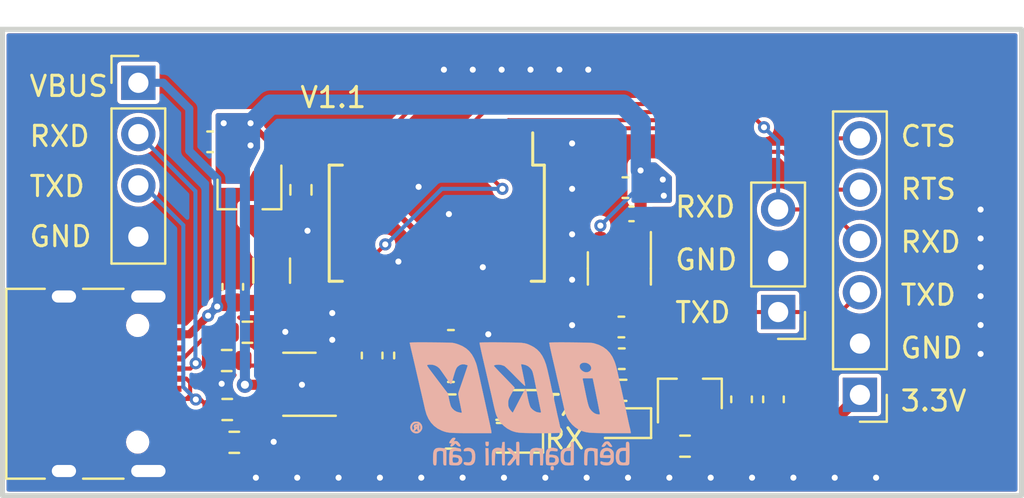
<source format=kicad_pcb>
(kicad_pcb (version 20211014) (generator pcbnew)
  (layers (0 "F.Cu" signal) (31 "B.Cu" signal) (34 "B.Paste" user) (35 "F.Paste" user) (36 "B.SilkS" user "B.Silkscreen") (37 "F.SilkS" user "F.Silkscreen") (38 "B.Mask" user) (39 "F.Mask" user) (44 "Edge.Cuts" user))
  (net 0 "")
  (net 1 "VBUS")
  (net 2 "GND")
  (net 3 "+5V")
  (net 4 "Net-(C3-Pad1)")
  (net 5 "+3V3")
  (net 6 "Net-(C4-Pad1)")
  (net 7 "/RX_LED")
  (net 8 "/TX_LED")
  (net 9 "/RTS")
  (net 10 "/CTS")
  (net 11 "/+3.3V_OUT")
  (net 12 "Net-(J1-PadA5)")
  (net 13 "Net-(J1-PadB5)")
  (net 14 "/USB_DN")
  (net 15 "/USB_DP")
  (net 17 "Net-(D1-Pad2)")
  (net 19 "Net-(D2-Pad2)")
  (net 20 "Net-(D3-Pad2)")
  (net 21 "Net-(Q1-Pad1)")
  (net 23 "/TXD")
  (net 25 "/RXD")
  (net 36 "Net-(D4-Pad4)")
  (net 38 "Net-(F1-Pad2)")
  (net 39 "Net-(Q2-Pad1)")
  (net 40 "Net-(R8-Pad2)")
  (footprint "Fuse:Fuse_1206_3216Metric" (layer "F.Cu") (at 11.875 21.4 90)
    (fp_text reference "F1" hide)
    (fp_text value "500mA")
    (pad "1" smd roundrect locked (at -1.4 0 90) (size 1.25 1.75) (layers "F.Cu" "F.Paste" "F.Mask") (roundrect_rratio 0.2) (net 1 "VBUS"))
    (pad "2" smd roundrect locked (at 1.4 0 90) (size 1.25 1.75) (layers "F.Cu" "F.Paste" "F.Mask") (roundrect_rratio 0.2) (net 38 "Net-(F1-Pad2)"))
  )
  (footprint "Package_TO_SOT_SMD:SOT-23-6" (layer "F.Cu") (at 13.25 27.025 180)
    (fp_text reference "D4" hide)
    (fp_text value "SP0505BAHT")
    (pad "1" smd roundrect locked (at -1.1375 -0.95 180) (size 1.325 0.6) (layers "F.Cu" "F.Paste" "F.Mask"))
    (pad "2" smd roundrect locked (at -1.1375 0 180) (size 1.325 0.6) (layers "F.Cu" "F.Paste" "F.Mask") (net 2 "GND"))
    (pad "3" smd roundrect locked (at -1.1375 0.95 180) (size 1.325 0.6) (layers "F.Cu" "F.Paste" "F.Mask"))
    (pad "4" smd roundrect locked (at 1.1375 0.95 180) (size 1.325 0.6) (layers "F.Cu" "F.Paste" "F.Mask") (net 36 "Net-(D4-Pad4)"))
    (pad "5" smd roundrect locked (at 1.1375 0 180) (size 1.325 0.6) (layers "F.Cu" "F.Paste" "F.Mask") (net 3 "+5V"))
    (pad "6" smd roundrect locked (at 1.1375 -0.95 180) (size 1.325 0.6) (layers "F.Cu" "F.Paste" "F.Mask") (net 40 "Net-(R8-Pad2)"))
  )
  (footprint "Resistor_SMD:R_0603_1608Metric" (layer "F.Cu") (at 13.325 17.4 -90)
    (fp_text reference "R9" hide)
    (fp_text value "1K")
    (pad "1" smd roundrect locked (at -0.825 0 270) (size 0.8 0.95) (layers "F.Cu" "F.Paste" "F.Mask") (net 39 "Net-(Q2-Pad1)"))
    (pad "2" smd roundrect locked (at 0.825 0 270) (size 0.8 0.95) (layers "F.Cu" "F.Paste" "F.Mask") (net 2 "GND"))
  )
  (footprint "Resistor_SMD:R_0603_1608Metric" (layer "F.Cu") (at 9.675 28.275)
    (fp_text reference "R8" hide)
    (fp_text value "10R")
    (pad "1" smd roundrect locked (at -0.825 0) (size 0.8 0.95) (layers "F.Cu" "F.Paste" "F.Mask") (net 15 "/USB_DP"))
    (pad "2" smd roundrect locked (at 0.825 0) (size 0.8 0.95) (layers "F.Cu" "F.Paste" "F.Mask") (net 40 "Net-(R8-Pad2)"))
  )
  (footprint "Capacitor_SMD:C_0603_1608Metric" (layer "F.Cu") (at 18.45 25.6 -90)
    (fp_text reference "C3" hide)
    (fp_text value "100nF")
    (pad "1" smd roundrect locked (at -0.775 0 270) (size 0.9 0.95) (layers "F.Cu" "F.Paste" "F.Mask") (net 4 "Net-(C3-Pad1)"))
    (pad "2" smd roundrect locked (at 0.775 0 270) (size 0.9 0.95) (layers "F.Cu" "F.Paste" "F.Mask") (net 2 "GND"))
  )
  (footprint "Capacitor_SMD:C_0402_1005Metric" (layer "F.Cu") (at 29.69 18.59 180)
    (fp_text reference "C5" hide)
    (fp_text value "100nF")
    (pad "1" smd roundrect locked (at -0.48 0 180) (size 0.56 0.62) (layers "F.Cu" "F.Paste" "F.Mask") (net 3 "+5V"))
    (pad "2" smd roundrect locked (at 0.48 0 180) (size 0.56 0.62) (layers "F.Cu" "F.Paste" "F.Mask") (net 2 "GND"))
  )
  (footprint "Capacitor_SMD:C_0603_1608Metric" (layer "F.Cu") (at 20.75 24.85)
    (fp_text reference "C19" hide)
    (fp_text value "4.7uF")
    (pad "1" smd roundrect locked (at -0.775 0) (size 0.9 0.95) (layers "F.Cu" "F.Paste" "F.Mask") (net 3 "+5V"))
    (pad "2" smd roundrect locked (at 0.775 0) (size 0.9 0.95) (layers "F.Cu" "F.Paste" "F.Mask") (net 2 "GND"))
  )
  (footprint "Package_TO_SOT_SMD:SOT-23-5" (layer "F.Cu") (at 29.09 21.29 -90)
    (fp_text reference "U1" hide)
    (fp_text value "AP2112K-3.3")
    (pad "1" smd roundrect locked (at -1.1375 -0.95 270) (size 1.325 0.6) (layers "F.Cu" "F.Paste" "F.Mask") (net 3 "+5V"))
    (pad "2" smd roundrect locked (at -1.1375 0 270) (size 1.325 0.6) (layers "F.Cu" "F.Paste" "F.Mask") (net 2 "GND"))
    (pad "3" smd roundrect locked (at -1.1375 0.95 270) (size 1.325 0.6) (layers "F.Cu" "F.Paste" "F.Mask") (net 3 "+5V"))
    (pad "4" smd roundrect locked (at 1.1375 0.95 270) (size 1.325 0.6) (layers "F.Cu" "F.Paste" "F.Mask"))
    (pad "5" smd roundrect locked (at 1.1375 -0.95 270) (size 1.325 0.6) (layers "F.Cu" "F.Paste" "F.Mask") (net 5 "+3V3"))
  )
  (footprint "Capacitor_SMD:C_0603_1608Metric" (layer "F.Cu") (at 20.75 26.4)
    (fp_text reference "C20" hide)
    (fp_text value "100nF")
    (pad "1" smd roundrect locked (at -0.775 0) (size 0.9 0.95) (layers "F.Cu" "F.Paste" "F.Mask") (net 3 "+5V"))
    (pad "2" smd roundrect locked (at 0.775 0) (size 0.9 0.95) (layers "F.Cu" "F.Paste" "F.Mask") (net 2 "GND"))
  )
  (footprint "Resistor_SMD:R_0603_1608Metric" (layer "F.Cu") (at 29.2 27.325 180)
    (fp_text reference "R5" hide)
    (fp_text value "1K")
    (pad "1" smd roundrect locked (at -0.825 0 180) (size 0.8 0.95) (layers "F.Cu" "F.Paste" "F.Mask") (net 5 "+3V3"))
    (pad "2" smd roundrect locked (at 0.825 0 180) (size 0.8 0.95) (layers "F.Cu" "F.Paste" "F.Mask") (net 20 "Net-(D3-Pad2)"))
  )
  (footprint "Connector_PinHeader_2.54mm:PinHeader_1x03_P2.54mm_Vertical" (layer "F.Cu") (at 36.95 23.45 180)
    (fp_text reference "J4" hide)
    (fp_text value "Sub Header")
    (pad "1" thru_hole rect locked (at 0 0 180) (size 1.7 1.7) (drill 1) (layers *.Cu *.Mask) (net 23 "/TXD"))
    (pad "2" thru_hole oval locked (at 0 2.54 180) (size 1.7 1.7) (drill 1) (layers *.Cu *.Mask) (net 2 "GND"))
    (pad "3" thru_hole oval locked (at 0 5.08 180) (size 1.7 1.7) (drill 1) (layers *.Cu *.Mask) (net 25 "/RXD"))
  )
  (footprint "Connector_PinHeader_2.54mm:PinHeader_1x06_P2.54mm_Vertical" (layer "F.Cu") (at 41 27.55 180)
    (fp_text reference "J2" hide)
    (fp_text value "Main Header")
    (pad "1" thru_hole rect locked (at 0 0 180) (size 1.7 1.7) (drill 1) (layers *.Cu *.Mask) (net 11 "/+3.3V_OUT"))
    (pad "2" thru_hole oval locked (at 0 2.54 180) (size 1.7 1.7) (drill 1) (layers *.Cu *.Mask) (net 2 "GND"))
    (pad "3" thru_hole oval locked (at 0 5.08 180) (size 1.7 1.7) (drill 1) (layers *.Cu *.Mask) (net 23 "/TXD"))
    (pad "4" thru_hole oval locked (at 0 7.62 180) (size 1.7 1.7) (drill 1) (layers *.Cu *.Mask) (net 25 "/RXD"))
    (pad "5" thru_hole oval locked (at 0 10.16 180) (size 1.7 1.7) (drill 1) (layers *.Cu *.Mask) (net 9 "/RTS"))
    (pad "6" thru_hole oval locked (at 0 12.7 180) (size 1.7 1.7) (drill 1) (layers *.Cu *.Mask) (net 10 "/CTS"))
  )
  (footprint "Connector_USB:USB_C_Receptacle_HRO_TYPE-C-31-M-12" (layer "F.Cu") (at 2.64 27 -90)
    (fp_text reference "J1" hide)
    (fp_text value "USB_C_Receptacle_USB2.0")
    (pad "" np_thru_hole circle locked (at -2.89 -2.6 270) (size 0.65 0.65) (drill 0.65) (layers *.Cu *.Mask))
    (pad "" np_thru_hole circle locked (at 2.89 -2.6 270) (size 0.65 0.65) (drill 0.65) (layers *.Cu *.Mask))
    (pad "A1" smd rect locked (at -3.25 -4.045 270) (size 0.6 1.45) (layers "F.Cu" "F.Paste" "F.Mask") (net 2 "GND"))
    (pad "A4" smd rect locked (at -2.45 -4.045 270) (size 0.6 1.45) (layers "F.Cu" "F.Paste" "F.Mask") (net 1 "VBUS"))
    (pad "A5" smd rect locked (at -1.25 -4.045 270) (size 0.3 1.45) (layers "F.Cu" "F.Paste" "F.Mask") (net 12 "Net-(J1-PadA5)"))
    (pad "A6" smd rect locked (at -0.25 -4.045 270) (size 0.3 1.45) (layers "F.Cu" "F.Paste" "F.Mask") (net 15 "/USB_DP"))
    (pad "A7" smd rect locked (at 0.25 -4.045 270) (size 0.3 1.45) (layers "F.Cu" "F.Paste" "F.Mask") (net 14 "/USB_DN"))
    (pad "A8" smd rect locked (at 1.25 -4.045 270) (size 0.3 1.45) (layers "F.Cu" "F.Paste" "F.Mask"))
    (pad "A9" smd rect locked (at 2.45 -4.045 270) (size 0.6 1.45) (layers "F.Cu" "F.Paste" "F.Mask") (net 1 "VBUS"))
    (pad "A12" smd rect locked (at 3.25 -4.045 270) (size 0.6 1.45) (layers "F.Cu" "F.Paste" "F.Mask") (net 2 "GND"))
    (pad "B1" smd rect locked (at 3.25 -4.045 270) (size 0.6 1.45) (layers "F.Cu" "F.Paste" "F.Mask") (net 2 "GND"))
    (pad "B4" smd rect locked (at 2.45 -4.045 270) (size 0.6 1.45) (layers "F.Cu" "F.Paste" "F.Mask") (net 1 "VBUS"))
    (pad "B5" smd rect locked (at 1.75 -4.045 270) (size 0.3 1.45) (layers "F.Cu" "F.Paste" "F.Mask") (net 13 "Net-(J1-PadB5)"))
    (pad "B6" smd rect locked (at 0.75 -4.045 270) (size 0.3 1.45) (layers "F.Cu" "F.Paste" "F.Mask") (net 15 "/USB_DP"))
    (pad "B7" smd rect locked (at -0.75 -4.045 270) (size 0.3 1.45) (layers "F.Cu" "F.Paste" "F.Mask") (net 14 "/USB_DN"))
    (pad "B8" smd rect locked (at -1.75 -4.045 270) (size 0.3 1.45) (layers "F.Cu" "F.Paste" "F.Mask"))
    (pad "B9" smd rect locked (at -2.45 -4.045 270) (size 0.6 1.45) (layers "F.Cu" "F.Paste" "F.Mask") (net 1 "VBUS"))
    (pad "B12" smd rect locked (at -3.25 -4.045 270) (size 0.6 1.45) (layers "F.Cu" "F.Paste" "F.Mask") (net 2 "GND"))
    (pad "S1" thru_hole oval locked (at -4.32 -3.13 270) (size 1 2.1) (drill oval 0.6 1.7) (layers *.Cu *.Mask) (net 2 "GND"))
    (pad "S1" thru_hole oval locked (at 4.32 -3.13 270) (size 1 2.1) (drill oval 0.6 1.7) (layers *.Cu *.Mask) (net 2 "GND"))
    (pad "S1" thru_hole oval locked (at 4.32 1.05 270) (size 1 1.6) (drill oval 0.6 1.2) (layers *.Cu *.Mask) (net 2 "GND"))
    (pad "S1" thru_hole oval locked (at -4.32 1.05 270) (size 1 1.6) (drill oval 0.6 1.2) (layers *.Cu *.Mask) (net 2 "GND"))
  )
  (footprint "Resistor_SMD:R_0603_1608Metric" (layer "F.Cu") (at 32.34 30.09)
    (fp_text reference "R6" hide)
    (fp_text value "1K")
    (pad "1" smd roundrect locked (at -0.825 0) (size 0.8 0.95) (layers "F.Cu" "F.Paste" "F.Mask") (net 21 "Net-(Q1-Pad1)"))
    (pad "2" smd roundrect locked (at 0.825 0) (size 0.8 0.95) (layers "F.Cu" "F.Paste" "F.Mask") (net 2 "GND"))
  )
  (footprint "Resistor_SMD:R_0603_1608Metric" (layer "F.Cu") (at 9.65 25.85)
    (fp_text reference "R7" hide)
    (fp_text value "10R")
    (pad "1" smd roundrect locked (at -0.825 0) (size 0.8 0.95) (layers "F.Cu" "F.Paste" "F.Mask") (net 14 "/USB_DN"))
    (pad "2" smd roundrect locked (at 0.825 0) (size 0.8 0.95) (layers "F.Cu" "F.Paste" "F.Mask") (net 36 "Net-(D4-Pad4)"))
  )
  (footprint "LED_SMD:LED_0603_1608Metric" (layer "F.Cu") (at 23.8 28.05 180)
    (fp_text reference "D1" hide)
    (fp_text value "LED")
    (pad "1" smd roundrect locked (at -0.7875 0 180) (size 0.875 0.95) (layers "F.Cu" "F.Paste" "F.Mask") (net 8 "/TX_LED"))
    (pad "2" smd roundrect locked (at 0.7875 0 180) (size 0.875 0.95) (layers "F.Cu" "F.Paste" "F.Mask") (net 17 "Net-(D1-Pad2)"))
  )
  (footprint "Capacitor_SMD:C_0603_1608Metric" (layer "F.Cu") (at 16.85 25.6 -90)
    (fp_text reference "C4" hide)
    (fp_text value "100nF")
    (pad "1" smd roundrect locked (at -0.775 0 270) (size 0.9 0.95) (layers "F.Cu" "F.Paste" "F.Mask") (net 6 "Net-(C4-Pad1)"))
    (pad "2" smd roundrect locked (at 0.775 0 270) (size 0.9 0.95) (layers "F.Cu" "F.Paste" "F.Mask") (net 2 "GND"))
  )
  (footprint "LED_SMD:LED_0603_1608Metric" (layer "F.Cu") (at 23.825 29.675 180)
    (fp_text reference "D2" hide)
    (fp_text value "LED")
    (pad "1" smd roundrect locked (at -0.7875 0 180) (size 0.875 0.95) (layers "F.Cu" "F.Paste" "F.Mask") (net 7 "/RX_LED"))
    (pad "2" smd roundrect locked (at 0.7875 0 180) (size 0.875 0.95) (layers "F.Cu" "F.Paste" "F.Mask") (net 19 "Net-(D2-Pad2)"))
  )
  (footprint "Capacitor_SMD:C_0603_1608Metric" (layer "F.Cu") (at 29.39 17.29 180)
    (fp_text reference "C2" hide)
    (fp_text value "4.7uF")
    (pad "1" smd roundrect locked (at -0.775 0 180) (size 0.9 0.95) (layers "F.Cu" "F.Paste" "F.Mask") (net 3 "+5V"))
    (pad "2" smd roundrect locked (at 0.775 0 180) (size 0.9 0.95) (layers "F.Cu" "F.Paste" "F.Mask") (net 2 "GND"))
  )
  (footprint "Package_TO_SOT_SMD:SOT-23" (layer "F.Cu") (at 10.775 17.6 -90)
    (fp_text reference "Q2" hide)
    (fp_text value "BSS84")
    (pad "1" smd rect locked (at -1 -0.95 270) (size 0.9 0.8) (layers "F.Cu" "F.Paste" "F.Mask") (net 39 "Net-(Q2-Pad1)"))
    (pad "2" smd rect locked (at -1 0.95 270) (size 0.9 0.8) (layers "F.Cu" "F.Paste" "F.Mask") (net 3 "+5V"))
    (pad "3" smd rect locked (at 1 0 270) (size 0.9 0.8) (layers "F.Cu" "F.Paste" "F.Mask") (net 38 "Net-(F1-Pad2)"))
  )
  (footprint "Package_SO:SSOP-28_5.3x10.2mm_P0.65mm" (layer "F.Cu") (at 20.05 19.05 -90)
    (fp_text reference "U2" hide)
    (fp_text value "FT232RL")
    (pad "1" smd rect locked (at -3.6 -4.225 270) (size 1.75 0.45) (layers "F.Cu" "F.Paste" "F.Mask") (net 23 "/TXD"))
    (pad "2" smd rect locked (at -3.6 -3.575 270) (size 1.75 0.45) (layers "F.Cu" "F.Paste" "F.Mask"))
    (pad "3" smd rect locked (at -3.6 -2.925 270) (size 1.75 0.45) (layers "F.Cu" "F.Paste" "F.Mask") (net 9 "/RTS"))
    (pad "4" smd rect locked (at -3.6 -2.275 270) (size 1.75 0.45) (layers "F.Cu" "F.Paste" "F.Mask") (net 6 "Net-(C4-Pad1)"))
    (pad "5" smd rect locked (at -3.6 -1.625 270) (size 1.75 0.45) (layers "F.Cu" "F.Paste" "F.Mask") (net 25 "/RXD"))
    (pad "6" smd rect locked (at -3.6 -0.975 270) (size 1.75 0.45) (layers "F.Cu" "F.Paste" "F.Mask"))
    (pad "7" smd rect locked (at -3.6 -0.325 270) (size 1.75 0.45) (layers "F.Cu" "F.Paste" "F.Mask") (net 2 "GND"))
    (pad "8" smd rect locked (at -3.6 0.325 270) (size 1.75 0.45) (layers "F.Cu" "F.Paste" "F.Mask"))
    (pad "9" smd rect locked (at -3.6 0.975 270) (size 1.75 0.45) (layers "F.Cu" "F.Paste" "F.Mask"))
    (pad "10" smd rect locked (at -3.6 1.625 270) (size 1.75 0.45) (layers "F.Cu" "F.Paste" "F.Mask"))
    (pad "11" smd rect locked (at -3.6 2.275 270) (size 1.75 0.45) (layers "F.Cu" "F.Paste" "F.Mask") (net 10 "/CTS"))
    (pad "12" smd rect locked (at -3.6 2.925 270) (size 1.75 0.45) (layers "F.Cu" "F.Paste" "F.Mask"))
    (pad "13" smd rect locked (at -3.6 3.575 270) (size 1.75 0.45) (layers "F.Cu" "F.Paste" "F.Mask"))
    (pad "14" smd rect locked (at -3.6 4.225 270) (size 1.75 0.45) (layers "F.Cu" "F.Paste" "F.Mask"))
    (pad "15" smd rect locked (at 3.6 4.225 270) (size 1.75 0.45) (layers "F.Cu" "F.Paste" "F.Mask") (net 40 "Net-(R8-Pad2)"))
    (pad "16" smd rect locked (at 3.6 3.575 270) (size 1.75 0.45) (layers "F.Cu" "F.Paste" "F.Mask") (net 36 "Net-(D4-Pad4)"))
    (pad "17" smd rect locked (at 3.6 2.925 270) (size 1.75 0.45) (layers "F.Cu" "F.Paste" "F.Mask") (net 6 "Net-(C4-Pad1)"))
    (pad "18" smd rect locked (at 3.6 2.275 270) (size 1.75 0.45) (layers "F.Cu" "F.Paste" "F.Mask") (net 2 "GND"))
    (pad "19" smd rect locked (at 3.6 1.625 270) (size 1.75 0.45) (layers "F.Cu" "F.Paste" "F.Mask") (net 4 "Net-(C3-Pad1)"))
    (pad "20" smd rect locked (at 3.6 0.975 270) (size 1.75 0.45) (layers "F.Cu" "F.Paste" "F.Mask") (net 3 "+5V"))
    (pad "21" smd rect locked (at 3.6 0.325 270) (size 1.75 0.45) (layers "F.Cu" "F.Paste" "F.Mask") (net 2 "GND"))
    (pad "22" smd rect locked (at 3.6 -0.325 270) (size 1.75 0.45) (layers "F.Cu" "F.Paste" "F.Mask") (net 7 "/RX_LED"))
    (pad "23" smd rect locked (at 3.6 -0.975 270) (size 1.75 0.45) (layers "F.Cu" "F.Paste" "F.Mask") (net 8 "/TX_LED"))
    (pad "24" smd rect locked (at 3.6 -1.625 270) (size 1.75 0.45) (layers "F.Cu" "F.Paste" "F.Mask"))
    (pad "25" smd rect locked (at 3.6 -2.275 270) (size 1.75 0.45) (layers "F.Cu" "F.Paste" "F.Mask") (net 2 "GND"))
    (pad "26" smd rect locked (at 3.6 -2.925 270) (size 1.75 0.45) (layers "F.Cu" "F.Paste" "F.Mask"))
    (pad "27" smd rect locked (at 3.6 -3.575 270) (size 1.75 0.45) (layers "F.Cu" "F.Paste" "F.Mask"))
    (pad "28" smd rect locked (at 3.6 -4.225 270) (size 1.75 0.45) (layers "F.Cu" "F.Paste" "F.Mask"))
  )
  (footprint "Capacitor_SMD:C_0603_1608Metric" (layer "F.Cu") (at 9.95 22.2 90)
    (fp_text reference "C1" hide)
    (fp_text value "10nF")
    (pad "1" smd roundrect locked (at -0.775 0 90) (size 0.9 0.95) (layers "F.Cu" "F.Paste" "F.Mask") (net 1 "VBUS"))
    (pad "2" smd roundrect locked (at 0.775 0 90) (size 0.9 0.95) (layers "F.Cu" "F.Paste" "F.Mask") (net 2 "GND"))
  )
  (footprint "Resistor_SMD:R_0603_1608Metric" (layer "F.Cu") (at 10.025 29.9)
    (fp_text reference "R2" hide)
    (fp_text value "5.1K")
    (pad "1" smd roundrect locked (at -0.825 0) (size 0.8 0.95) (layers "F.Cu" "F.Paste" "F.Mask") (net 13 "Net-(J1-PadB5)"))
    (pad "2" smd roundrect locked (at 0.825 0) (size 0.8 0.95) (layers "F.Cu" "F.Paste" "F.Mask") (net 2 "GND"))
  )
  (footprint "Resistor_SMD:R_0603_1608Metric" (layer "F.Cu") (at 20.74 28.05)
    (fp_text reference "R3" hide)
    (fp_text value "1K")
    (pad "1" smd roundrect locked (at -0.825 0) (size 0.8 0.95) (layers "F.Cu" "F.Paste" "F.Mask") (net 3 "+5V"))
    (pad "2" smd roundrect locked (at 0.825 0) (size 0.8 0.95) (layers "F.Cu" "F.Paste" "F.Mask") (net 17 "Net-(D1-Pad2)"))
  )
  (footprint "Package_TO_SOT_SMD:SOT-23" (layer "F.Cu") (at 32.58 27.51 90)
    (fp_text reference "Q1" hide)
    (fp_text value "BSS84")
    (pad "1" smd rect locked (at -1 -0.95 90) (size 0.9 0.8) (layers "F.Cu" "F.Paste" "F.Mask") (net 21 "Net-(Q1-Pad1)"))
    (pad "2" smd rect locked (at -1 0.95 90) (size 0.9 0.8) (layers "F.Cu" "F.Paste" "F.Mask") (net 11 "/+3.3V_OUT"))
    (pad "3" smd rect locked (at 1 0 90) (size 0.9 0.8) (layers "F.Cu" "F.Paste" "F.Mask") (net 5 "+3V3"))
  )
  (footprint "Capacitor_SMD:C_0603_1608Metric" (layer "F.Cu") (at 36.72 27.77 90)
    (fp_text reference "C8" hide)
    (fp_text value "4.7uF")
    (pad "1" smd roundrect locked (at -0.775 0 90) (size 0.9 0.95) (layers "F.Cu" "F.Paste" "F.Mask") (net 11 "/+3.3V_OUT"))
    (pad "2" smd roundrect locked (at 0.775 0 90) (size 0.9 0.95) (layers "F.Cu" "F.Paste" "F.Mask") (net 2 "GND"))
  )
  (footprint "Resistor_SMD:R_0603_1608Metric" (layer "F.Cu") (at 10.675 24.45)
    (fp_text reference "R1" hide)
    (fp_text value "5.1K")
    (pad "1" smd roundrect locked (at -0.825 0) (size 0.8 0.95) (layers "F.Cu" "F.Paste" "F.Mask") (net 12 "Net-(J1-PadA5)"))
    (pad "2" smd roundrect locked (at 0.825 0) (size 0.8 0.95) (layers "F.Cu" "F.Paste" "F.Mask") (net 2 "GND"))
  )
  (footprint "Capacitor_SMD:C_0603_1608Metric" (layer "F.Cu") (at 29.19 24.19 180)
    (fp_text reference "C6" hide)
    (fp_text value "4.7uF")
    (pad "1" smd roundrect locked (at -0.775 0 180) (size 0.9 0.95) (layers "F.Cu" "F.Paste" "F.Mask") (net 5 "+3V3"))
    (pad "2" smd roundrect locked (at 0.775 0 180) (size 0.9 0.95) (layers "F.Cu" "F.Paste" "F.Mask") (net 2 "GND"))
  )
  (footprint "Connector_PinHeader_2.54mm:PinHeader_1x04_P2.54mm_Vertical" (layer "F.Cu") (at 5.275 12.1)
    (fp_text reference "J3" hide)
    (fp_text value "USB Header")
    (pad "1" thru_hole rect locked (at 0 0) (size 1.7 1.7) (drill 1) (layers *.Cu *.Mask) (net 1 "VBUS"))
    (pad "2" thru_hole oval locked (at 0 2.54) (size 1.7 1.7) (drill 1) (layers *.Cu *.Mask) (net 14 "/USB_DN"))
    (pad "3" thru_hole oval locked (at 0 5.08) (size 1.7 1.7) (drill 1) (layers *.Cu *.Mask) (net 15 "/USB_DP"))
    (pad "4" thru_hole oval locked (at 0 7.62) (size 1.7 1.7) (drill 1) (layers *.Cu *.Mask) (net 2 "GND"))
  )
  (footprint "Capacitor_SMD:C_0603_1608Metric" (layer "F.Cu") (at 35.14 27.77 90)
    (fp_text reference "C9" hide)
    (fp_text value "100nF")
    (pad "1" smd roundrect locked (at -0.775 0 90) (size 0.9 0.95) (layers "F.Cu" "F.Paste" "F.Mask") (net 11 "/+3.3V_OUT"))
    (pad "2" smd roundrect locked (at 0.775 0 90) (size 0.9 0.95) (layers "F.Cu" "F.Paste" "F.Mask") (net 2 "GND"))
  )
  (footprint "Capacitor_SMD:C_0603_1608Metric" (layer "F.Cu") (at 29.21 25.76 180)
    (fp_text reference "C7" hide)
    (fp_text value "100nF")
    (pad "1" smd roundrect locked (at -0.775 0 180) (size 0.9 0.95) (layers "F.Cu" "F.Paste" "F.Mask") (net 5 "+3V3"))
    (pad "2" smd roundrect locked (at 0.775 0 180) (size 0.9 0.95) (layers "F.Cu" "F.Paste" "F.Mask") (net 2 "GND"))
  )
  (footprint "Resistor_SMD:R_0603_1608Metric" (layer "F.Cu") (at 20.73 29.69)
    (fp_text reference "R4" hide)
    (fp_text value "1K")
    (pad "1" smd roundrect locked (at -0.825 0) (size 0.8 0.95) (layers "F.Cu" "F.Paste" "F.Mask") (net 3 "+5V"))
    (pad "2" smd roundrect locked (at 0.825 0) (size 0.8 0.95) (layers "F.Cu" "F.Paste" "F.Mask") (net 19 "Net-(D2-Pad2)"))
  )
  (footprint "LED_SMD:LED_0603_1608Metric" (layer "F.Cu") (at 29.175 28.95 180)
    (fp_text reference "D3" hide)
    (fp_text value "LED")
    (pad "1" smd roundrect locked (at -0.7875 0 180) (size 0.875 0.95) (layers "F.Cu" "F.Paste" "F.Mask") (net 2 "GND"))
    (pad "2" smd roundrect locked (at 0.7875 0 180) (size 0.875 0.95) (layers "F.Cu" "F.Paste" "F.Mask") (net 20 "Net-(D3-Pad2)"))
  )
  (footprint "Capacitor_SMD:C_0603_1608Metric" (layer "F.Cu") (at 8.83 15.02 180)
    (fp_text reference "C31" hide)
    (fp_text value "100nF")
    (pad "1" smd roundrect locked (at -0.775 0 180) (size 0.9 0.95) (layers "F.Cu" "F.Paste" "F.Mask") (net 3 "+5V"))
    (pad "2" smd roundrect locked (at 0.775 0 180) (size 0.9 0.95) (layers "F.Cu" "F.Paste" "F.Mask") (net 2 "GND"))
  )
  (footprint "haidv-library:LoGo12mm" (layer "B.Cu") (at 24.24 27.88 180)
    (fp_text reference "U5" hide)
    (fp_text value "IKY" hide)
  )
  (gr_rect (start -1.45 9.45) (end 49 32.54) (layer "Edge.Cuts") (width 0.25) (fill none))
  (gr_text "RX" (at 26.375 29.725) (layer "F.SilkS") (effects (font (size 1 1))))
  (gr_text "V1.1" (at 14.925 12.825) (layer "F.SilkS") (effects (font (size 1 1))))
  (gr_text "GND" (at 33.391666 20.8625) (layer "F.SilkS") (effects (font (size 1 1))))
  (gr_text "VBUS" (at 1.827381 12.270556) (layer "F.SilkS") (effects (font (size 1 1))))
  (gr_text "TXD" (at 44.383334 22.61) (layer "F.SilkS") (effects (font (size 1 1))))
  (gr_text "RXD" (at 1.375 14.75) (layer "F.SilkS") (effects (font (size 1 1))))
  (gr_text "RXD" (at 33.344047 18.25) (layer "F.SilkS") (effects (font (size 1 1))))
  (gr_text "RTS" (at 44.383334 17.37) (layer "F.SilkS") (effects (font (size 1 1))))
  (gr_text "TX" (at 26.255953 28.07) (layer "F.SilkS") (effects (font (size 1 1))))
  (gr_text "RXD" (at 44.502381 19.99) (layer "F.SilkS") (effects (font (size 1 1))))
  (gr_text "3.3V" (at 44.645238 27.85) (layer "F.SilkS") (effects (font (size 1 1))))
  (gr_text "TXD" (at 1.255953 17.229444) (layer "F.SilkS") (effects (font (size 1 1))))
  (gr_text "TXD" (at 33.225 23.475) (layer "F.SilkS") (effects (font (size 1 1))))
  (gr_text "GND" (at 1.422619 19.70889) (layer "F.SilkS") (effects (font (size 1 1))))
  (gr_text "CTS" (at 44.383334 14.75) (layer "F.SilkS") (effects (font (size 1 1))))
  (gr_text "GND" (at 44.55 25.23) (layer "F.SilkS") (effects (font (size 1 1))))
  (segment (start 9.175 23.175) (end 8.725 23.625) (width 0.4) (layer "F.Cu") (net 1))
  (segment (start 5.895339 24.55) (end 6.685 24.55) (width 0.4) (layer "F.Cu") (net 1))
  (segment (start 4.725 28.279661) (end 4.725 25.720339) (width 0.4) (layer "F.Cu") (net 1))
  (segment (start 9.385 22.975) (end 9.95 22.975) (width 0.4) (layer "F.Cu") (net 1))
  (segment (start 7.81 24.55) (end 8.73 23.63) (width 0.4) (layer "F.Cu") (net 1))
  (segment (start 6.685 29.45) (end 5.895339 29.45) (width 0.4) (layer "F.Cu") (net 1))
  (segment (start 5.895339 29.45) (end 4.725 28.279661) (width 0.4) (layer "F.Cu") (net 1))
  (segment (start 6.685 24.55) (end 7.81 24.55) (width 0.4) (layer "F.Cu") (net 1))
  (segment (start 9.18 23.18) (end 9.385 22.975) (width 0.4) (layer "F.Cu") (net 1))
  (segment (start 4.725 25.720339) (end 5.895339 24.55) (width 0.4) (layer "F.Cu") (net 1))
  (via (at 9.18 23.18) (size 0.6) (drill 0.3) (layers "F.Cu" "B.Cu") (net 1))
  (via (at 8.73 23.63) (size 0.6) (drill 0.3) (layers "F.Cu" "B.Cu") (net 1))
  (segment (start 7.795371 15.465371) (end 7.795371 13.384629) (width 0.4) (layer "B.Cu") (net 1))
  (segment (start 7.795371 13.384629) (end 6.510741 12.1) (width 0.4) (layer "B.Cu") (net 1))
  (segment (start 6.510741 12.1) (end 5.275 12.1) (width 0.4) (layer "B.Cu") (net 1))
  (segment (start 9.18 23.18) (end 9.18 16.85) (width 0.4) (layer "B.Cu") (net 1))
  (segment (start 8.73 23.63) (end 9.18 23.18) (width 0.4) (layer "B.Cu") (net 1))
  (segment (start 9.18 16.85) (end 7.795371 15.465371) (width 0.4) (layer "B.Cu") (net 1))
  (via (at 46.975 24.092644) (size 0.6) (drill 0.3) (layers "F.Cu" "B.Cu") (net 2))
  (via (at 27.55 11.45) (size 0.6) (drill 0.3) (layers "F.Cu" "B.Cu") (net 2))
  (via (at 19.282348 31.65) (size 0.6) (drill 0.3) (layers "F.Cu" "B.Cu") (net 2))
  (via (at 18.15 20.95) (size 0.6) (drill 0.3) (layers "F.Cu" "B.Cu") (net 2))
  (via (at 25.423522 31.65) (size 0.6) (drill 0.3) (layers "F.Cu" "B.Cu") (net 2))
  (via (at 26.75 24.1) (size 0.6) (drill 0.3) (layers "F.Cu" "B.Cu") (net 2))
  (via (at 26.120589 11.45) (size 0.6) (drill 0.3) (layers "F.Cu" "B.Cu") (net 2))
  (via (at 14.875 24.825) (size 0.6) (drill 0.3) (layers "F.Cu" "B.Cu") (net 2))
  (via (at 26.75 17.35) (size 0.6) (drill 0.3) (layers "F.Cu" "B.Cu") (net 2))
  (via (at 19.15 17.25) (size 0.6) (drill 0.3) (layers "F.Cu" "B.Cu") (net 2))
  (via (at 33.611754 31.65) (size 0.6) (drill 0.3) (layers "F.Cu" "B.Cu") (net 2))
  (via (at 27.47058 31.65) (size 0.6) (drill 0.3) (layers "F.Cu" "B.Cu") (net 2))
  (via (at 46.975 18.375) (size 0.6) (drill 0.3) (layers "F.Cu" "B.Cu") (net 2))
  (via (at 26.75 21.85) (size 0.6) (drill 0.3) (layers "F.Cu" "B.Cu") (net 2))
  (via (at 29.517638 31.65) (size 0.6) (drill 0.3) (layers "F.Cu" "B.Cu") (net 2))
  (via (at 20.402945 11.45) (size 0.6) (drill 0.3) (layers "F.Cu" "B.Cu") (net 2))
  (via (at 11.975 29.875) (size 0.6) (drill 0.3) (layers "F.Cu" "B.Cu") (net 2))
  (via (at 13.141174 31.65) (size 0.6) (drill 0.3) (layers "F.Cu" "B.Cu") (net 2))
  (via (at 22.6 24.55) (size 0.6) (drill 0.3) (layers "F.Cu" "B.Cu") (net 2))
  (via (at 46.975 25.522055) (size 0.6) (drill 0.3) (layers "F.Cu" "B.Cu") (net 2))
  (via (at 22.33 21.23) (size 0.6) (drill 0.3) (layers "F.Cu" "B.Cu") (net 2))
  (via (at 39.752928 31.65) (size 0.6) (drill 0.3) (layers "F.Cu" "B.Cu") (net 2))
  (via (at 24.691178 11.45) (size 0.6) (drill 0.3) (layers "F.Cu" "B.Cu") (net 2))
  (via (at 15.188232 31.65) (size 0.6) (drill 0.3) (layers "F.Cu" "B.Cu") (net 2))
  (via (at 26.75 15.1) (size 0.6) (drill 0.3) (layers "F.Cu" "B.Cu") (net 2))
  (via (at 35.658812 31.65) (size 0.6) (drill 0.3) (layers "F.Cu" "B.Cu") (net 2))
  (via (at 21.832356 11.45) (size 0.6) (drill 0.3) (layers "F.Cu" "B.Cu") (net 2))
  (via (at 23.376464 31.65) (size 0.6) (drill 0.3) (layers "F.Cu" "B.Cu") (net 2))
  (via (at 13.65 19.425) (size 0.6) (drill 0.3) (layers "F.Cu" "B.Cu") (net 2))
  (via (at 46.975 19.804411) (size 0.6) (drill 0.3) (layers "F.Cu" "B.Cu") (net 2))
  (via (at 46.975 21.233822) (size 0.6) (drill 0.3) (layers "F.Cu" "B.Cu") (net 2))
  (via (at 20.65 18.6) (size 0.6) (drill 0.3) (layers "F.Cu" "B.Cu") (net 2))
  (via (at 23.261767 11.45) (size 0.6) (drill 0.3) (layers "F.Cu" "B.Cu") (net 2))
  (via (at 13.375 27.05) (size 0.6) (drill 0.3) (layers "F.Cu" "B.Cu") (net 2))
  (via (at 21.329406 31.65) (size 0.6) (drill 0.3) (layers "F.Cu" "B.Cu") (net 2))
  (via (at 37.70587 31.65) (size 0.6) (drill 0.3) (layers "F.Cu" "B.Cu") (net 2))
  (via (at 46.975 22.663233) (size 0.6) (drill 0.3) (layers "F.Cu" "B.Cu") (net 2))
  (via (at 11.094116 31.65) (size 0.6) (drill 0.3) (layers "F.Cu" "B.Cu") (net 2))
  (via (at 17.23529 31.65) (size 0.6) (drill 0.3) (layers "F.Cu" "B.Cu") (net 2))
  (via (at 31.564696 31.65) (size 0.6) (drill 0.3) (layers "F.Cu" "B.Cu") (net 2))
  (via (at 41.8 31.65) (size 0.6) (drill 0.3) (layers "F.Cu" "B.Cu") (net 2))
  (via (at 14.875 23.5) (size 0.6) (drill 0.3) (layers "F.Cu" "B.Cu") (net 2))
  (via (at 12.55 24.43) (size 0.6) (drill 0.3) (layers "F.Cu" "B.Cu") (net 2))
  (via (at 9.4 27) (size 0.6) (drill 0.3) (layers "F.Cu" "B.Cu") (net 2))
  (via (at 26.75 19.6) (size 0.6) (drill 0.3) (layers "F.Cu" "B.Cu") (net 2))
  (segment (start 19.075 23.95) (end 19.975 24.85) (width 0.3) (layer "F.Cu") (net 3))
  (segment (start 13.875 15.325) (end 12.055 15.325) (width 0.3) (layer "F.Cu") (net 3))
  (segment (start 17.95 18.4) (end 15.025 18.4) (width 0.3) (layer "F.Cu") (net 3))
  (segment (start 30.14 16.44) (end 30.14 20.0525) (width 0.6) (layer "F.Cu") (net 3))
  (segment (start 14.45 15.9) (end 13.875 15.325) (width 0.3) (layer "F.Cu") (net 3))
  (segment (start 14.45 17.825) (end 14.45 15.9) (width 0.3) (layer "F.Cu") (net 3))
  (segment (start 15.025 18.4) (end 14.45 17.825) (width 0.3) (layer "F.Cu") (net 3))
  (segment (start 30.14 20.0525) (end 30.04 20.1525) (width 0.6) (layer "F.Cu") (net 3))
  (segment (start 19.905 29.69) (end 19.905 26.47) (width 0.4) (layer "F.Cu") (net 3))
  (segment (start 19.975 24.85) (end 19.975 26.4) (width 0.4) (layer "F.Cu") (net 3))
  (segment (start 9.825 16.6) (end 9.825 15.325) (width 0.6) (layer "F.Cu") (net 3))
  (segment (start 28.14 19.18) (end 28.15 19.17) (width 0.2) (layer "F.Cu") (net 3))
  (segment (start 19.075 22.65) (end 19.075 19.525) (width 0.3) (layer "F.Cu") (net 3))
  (segment (start 19.075 19.525) (end 17.95 18.4) (width 0.3) (layer "F.Cu") (net 3))
  (segment (start 10.5505 27.05) (end 11.8125 27.05) (width 0.5) (layer "F.Cu") (net 3))
  (segment (start 28.14 20.1525) (end 28.14 19.18) (width 0.2) (layer "F.Cu") (net 3))
  (segment (start 12.055 15.325) (end 10.83 14.1) (width 0.3) (layer "F.Cu") (net 3))
  (segment (start 19.905 26.47) (end 19.975 26.4) (width 0.4) (layer "F.Cu") (net 3))
  (segment (start 19.075 22.65) (end 19.075 23.95) (width 0.3) (layer "F.Cu") (net 3))
  (via (at 30.14 16.44) (size 0.6) (drill 0.3) (layers "F.Cu" "B.Cu") (net 3))
  (via (at 31.29 17.69) (size 0.6) (drill 0.3) (layers "F.Cu" "B.Cu") (net 3))
  (via (at 28.15 19.17) (size 0.6) (drill 0.3) (layers "F.Cu" "B.Cu") (net 3))
  (via (at 9.5 14.1) (size 0.6) (drill 0.3) (layers "F.Cu" "B.Cu") (net 3))
  (via (at 31.24 16.89) (size 0.6) (drill 0.3) (layers "F.Cu" "B.Cu") (net 3))
  (via (at 10.83 15.2) (size 0.6) (drill 0.3) (layers "F.Cu" "B.Cu") (net 3))
  (via (at 10.83 14.1) (size 0.6) (drill 0.3) (layers "F.Cu" "B.Cu") (net 3))
  (via (at 10.5505 27.05) (size 0.8) (drill 0.4) (layers "F.Cu" "B.Cu") (net 3))
  (segment (start 30.14 17.18) (end 30.14 16.44) (width 0.2) (layer "B.Cu") (net 3))
  (segment (start 10.5505 27.05) (end 10.5505 14.4495) (width 0.5) (layer "B.Cu") (net 3))
  (segment (start 28.15 19.17) (end 30.14 17.18) (width 0.2) (layer "B.Cu") (net 3))
  (segment (start 29.28 13.18) (end 30.15 14.05) (width 1) (layer "B.Cu") (net 3))
  (segment (start 10.83 14.17) (end 11.82 13.18) (width 1) (layer "B.Cu") (net 3))
  (segment (start 10.5505 14.4495) (end 10.83 14.17) (width 0.5) (layer "B.Cu") (net 3))
  (segment (start 11.82 13.18) (end 29.28 13.18) (width 1) (layer "B.Cu") (net 3))
  (segment (start 30.15 14.05) (end 30.15 16.43) (width 1) (layer "B.Cu") (net 3))
  (segment (start 18.425 24.8) (end 18.45 24.825) (width 0.3) (layer "F.Cu") (net 4))
  (segment (start 18.425 22.65) (end 18.425 24.8) (width 0.3) (layer "F.Cu") (net 4))
  (segment (start 29.985 25.76) (end 31.83 25.76) (width 0.4) (layer "F.Cu") (net 5))
  (segment (start 30.04 25.615) (end 29.865 25.79) (width 0.3) (layer "F.Cu") (net 5))
  (segment (start 30.04 22.4275) (end 30.04 25.615) (width 0.5) (layer "F.Cu") (net 5))
  (segment (start 29.985 25.76) (end 29.985 27.285) (width 0.4) (layer "F.Cu") (net 5))
  (segment (start 31.83 25.76) (end 32.58 26.51) (width 0.4) (layer "F.Cu") (net 5))
  (segment (start 29.985 27.285) (end 30.025 27.325) (width 0.4) (layer "F.Cu") (net 5))
  (segment (start 17.125 22.65) (end 17.125 24.55) (width 0.3) (layer "F.Cu") (net 6))
  (segment (start 17.125 20.475) (end 17.125 22.65) (width 0.2) (layer "F.Cu") (net 6))
  (segment (start 22.325 16.375) (end 23.3 17.35) (width 0.2) (layer "F.Cu") (net 6))
  (segment (start 17.5 20.1) (end 17.125 20.475) (width 0.2) (layer "F.Cu") (net 6))
  (segment (start 17.125 24.55) (end 16.85 24.825) (width 0.3) (layer "F.Cu") (net 6))
  (segment (start 16.85 24.825) (end 16.9 24.825) (width 0.3) (layer "F.Cu") (net 6))
  (segment (start 22.325 15.45) (end 22.325 16.375) (width 0.2) (layer "F.Cu") (net 6))
  (via (at 17.5 20.1) (size 0.6) (drill 0.3) (layers "F.Cu" "B.Cu") (net 6))
  (via (at 23.3 17.35) (size 0.6) (drill 0.3) (layers "F.Cu" "B.Cu") (net 6))
  (segment (start 23.3 17.35) (end 20.3 17.35) (width 0.2) (layer "B.Cu") (net 6))
  (segment (start 20.2 17.45) (end 17.55 20.1) (width 0.2) (layer "B.Cu") (net 6))
  (segment (start 20.3 17.35) (end 20.2 17.45) (width 0.2) (layer "B.Cu") (net 6))
  (segment (start 17.55 20.1) (end 17.5 20.1) (width 0.2) (layer "B.Cu") (net 6))
  (segment (start 20.375 21.015) (end 21.489511 19.900489) (width 0.2) (layer "F.Cu") (net 7))
  (segment (start 25.43 21.062832) (end 25.43 28.9275) (width 0.2) (layer "F.Cu") (net 7))
  (segment (start 21.489511 19.900489) (end 24.267657 19.900489) (width 0.2) (layer "F.Cu") (net 7))
  (segment (start 20.375 22.65) (end 20.375 21.015) (width 0.2) (layer "F.Cu") (net 7))
  (segment (start 24.267657 19.900489) (end 25.43 21.062832) (width 0.2) (layer "F.Cu") (net 7))
  (segment (start 25.43 28.9275) (end 24.6675 29.69) (width 0.2) (layer "F.Cu") (net 7))
  (segment (start 21.83 20.5) (end 24.302162 20.5) (width 0.2) (layer "F.Cu") (net 8))
  (segment (start 24.302162 20.5) (end 24.799511 20.997349) (width 0.2) (layer "F.Cu") (net 8))
  (segment (start 21.025 22.65) (end 21.025 21.305) (width 0.2) (layer "F.Cu") (net 8))
  (segment (start 24.799511 27.927989) (end 24.6775 28.05) (width 0.2) (layer "F.Cu") (net 8))
  (segment (start 24.799511 20.997349) (end 24.799511 27.927989) (width 0.2) (layer "F.Cu") (net 8))
  (segment (start 21.025 21.305) (end 21.83 20.5) (width 0.2) (layer "F.Cu") (net 8))
  (segment (start 39.04 17.39) (end 41.025 17.39) (width 0.2) (layer "F.Cu") (net 9))
  (segment (start 34.1675 15.5175) (end 37.1675 15.5175) (width 0.2) (layer "F.Cu") (net 9))
  (segment (start 37.1675 15.5175) (end 39.04 17.39) (width 0.2) (layer "F.Cu") (net 9))
  (segment (start 23.59952 13.95048) (end 32.60048 13.95048) (width 0.2) (layer "F.Cu") (net 9))
  (segment (start 22.975 15.45) (end 22.975 14.575) (width 0.2) (layer "F.Cu") (net 9))
  (segment (start 32.60048 13.95048) (end 34.1675 15.5175) (width 0.2) (layer "F.Cu") (net 9))
  (segment (start 22.975 14.575) (end 23.59952 13.95048) (width 0.2) (layer "F.Cu") (net 9))
  (segment (start 36.80144 13.15144) (end 38.5 14.85) (width 0.2) (layer "F.Cu") (net 10))
  (segment (start 17.775 14.375) (end 18.99856 13.15144) (width 0.2) (layer "F.Cu") (net 10))
  (segment (start 17.775 15.45) (end 17.775 14.375) (width 0.2) (layer "F.Cu") (net 10))
  (segment (start 38.5 14.85) (end 41.025 14.85) (width 0.2) (layer "F.Cu") (net 10))
  (segment (start 18.99856 13.15144) (end 36.80144 13.15144) (width 0.2) (layer "F.Cu") (net 10))
  (segment (start 33.53 28.51) (end 40.04 28.51) (width 0.6) (layer "F.Cu") (net 11))
  (segment (start 41 27.55) (end 41.025 27.55) (width 0.6) (layer "F.Cu") (net 11))
  (segment (start 40.04 28.51) (end 41 27.55) (width 0.6) (layer "F.Cu") (net 11))
  (segment (start 6.685 25.75) (end 7.5 25.75) (width 0.2) (layer "F.Cu") (net 12))
  (segment (start 7.5 25.75) (end 8.7 24.55) (width 0.2) (layer "F.Cu") (net 12))
  (segment (start 8.7 24.55) (end 9.85 24.55) (width 0.2) (layer "F.Cu") (net 12))
  (segment (start 8.76 29.9) (end 9.2 29.9) (width 0.2) (layer "F.Cu") (net 13))
  (segment (start 6.685 28.75) (end 7.61 28.75) (width 0.2) (layer "F.Cu") (net 13))
  (segment (start 7.61 28.75) (end 8.76 29.9) (width 0.2) (layer "F.Cu") (net 13))
  (segment (start 8.113911 25.983911) (end 7.847822 26.25) (width 0.2) (layer "F.Cu") (net 14))
  (segment (start 5.575 26.385978) (end 5.710978 26.25) (width 0.2) (layer "F.Cu") (net 14))
  (segment (start 8.691089 25.983911) (end 8.825 25.85) (width 0.2) (layer "F.Cu") (net 14))
  (segment (start 5.710978 26.25) (end 6.685 26.25) (width 0.2) (layer "F.Cu") (net 14))
  (segment (start 5.575 27.114022) (end 5.575 26.385978) (width 0.2) (layer "F.Cu") (net 14))
  (segment (start 5.710978 27.25) (end 5.575 27.114022) (width 0.2) (layer "F.Cu") (net 14))
  (segment (start 7.847822 26.25) (end 6.685 26.25) (width 0.2) (layer "F.Cu") (net 14))
  (segment (start 8.113911 25.983911) (end 8.691089 25.983911) (width 0.2) (layer "F.Cu") (net 14))
  (segment (start 6.685 27.25) (end 5.710978 27.25) (width 0.2) (layer "F.Cu") (net 14))
  (via (at 8.113911 25.983911) (size 0.6) (drill 0.3) (layers "F.Cu" "B.Cu") (net 14))
  (segment (start 8.1 25.97) (end 8.1 17.465) (width 0.2) (layer "B.Cu") (net 14))
  (segment (start 8.1 17.465) (end 5.275 14.64) (width 0.2) (layer "B.Cu") (net 14))
  (segment (start 8.113911 25.983911) (end 8.1 25.97) (width 0.2) (layer "B.Cu") (net 14))
  (segment (start 7.45 26.75) (end 7.65 26.75) (width 0.2) (layer "F.Cu") (net 15))
  (segment (start 7.84 27.569022) (end 7.84 26.94) (width 0.2) (layer "F.Cu") (net 15))
  (segment (start 8.09 27.75) (end 6.685 27.75) (width 0.2) (layer "F.Cu") (net 15))
  (segment (start 6.685 26.75) (end 7.45 26.75) (width 0.2) (layer "F.Cu") (net 15))
  (segment (start 7.659022 27.75) (end 7.84 27.569022) (width 0.2) (layer "F.Cu") (net 15))
  (segment (start 8.825 28.25) (end 9.065 28.25) (width 0.2) (layer "F.Cu") (net 15))
  (segment (start 8.12 27.78) (end 8.09 27.75) (width 0.2) (layer "F.Cu") (net 15))
  (segment (start 8.355 27.78) (end 8.825 28.25) (width 0.2) (layer "F.Cu") (net 15))
  (segment (start 7.65 26.75) (end 7.84 26.94) (width 0.2) (layer "F.Cu") (net 15))
  (segment (start 6.685 27.75) (end 7.659022 27.75) (width 0.2) (layer "F.Cu") (net 15))
  (segment (start 8.12 27.78) (end 8.355 27.78) (width 0.2) (layer "F.Cu") (net 15))
  (via (at 8.12 27.78) (size 0.6) (drill 0.3) (layers "F.Cu" "B.Cu") (net 15))
  (segment (start 7.5 27.16) (end 7.5 19.15) (width 0.2) (layer "B.Cu") (net 15))
  (segment (start 7.5 19.15) (end 5.53 17.18) (width 0.2) (layer "B.Cu") (net 15))
  (segment (start 8.12 27.78) (end 7.5 27.16) (width 0.2) (layer "B.Cu") (net 15))
  (segment (start 5.53 17.18) (end 5.275 17.18) (width 0.2) (layer "B.Cu") (net 15))
  (segment (start 21.565 28.05) (end 23.1025 28.05) (width 0.4) (layer "F.Cu") (net 17))
  (segment (start 23.0925 29.69) (end 21.555 29.69) (width 0.3) (layer "F.Cu") (net 19))
  (segment (start 28.375 27.325) (end 28.375 28.9375) (width 0.3) (layer "F.Cu") (net 20))
  (segment (start 28.375 28.9375) (end 28.3875 28.95) (width 0.2) (layer "F.Cu") (net 20))
  (segment (start 31.63 29.975) (end 31.515 30.09) (width 0.4) (layer "F.Cu") (net 21))
  (segment (start 31.63 28.51) (end 31.63 29.975) (width 0.4) (layer "F.Cu") (net 21))
  (segment (start 36.95 23.45) (end 40.045 23.45) (width 0.2) (layer "F.Cu") (net 23))
  (segment (start 34.65 22.55) (end 35.55 23.45) (width 0.2) (layer "F.Cu") (net 23))
  (segment (start 35.55 23.45) (end 36.95 23.45) (width 0.2) (layer "F.Cu") (net 23))
  (segment (start 31.425 14.35) (end 34.65 17.575) (width 0.2) (layer "F.Cu") (net 23))
  (segment (start 24.275 15.45) (end 24.275 14.775) (width 0.2) (layer "F.Cu") (net 23))
  (segment (start 34.65 17.575) (end 34.65 22.55) (width 0.2) (layer "F.Cu") (net 23))
  (segment (start 40.045 23.45) (end 41.025 22.47) (width 0.2) (layer "F.Cu") (net 23))
  (segment (start 24.7 14.35) (end 31.425 14.35) (width 0.2) (layer "F.Cu") (net 23))
  (segment (start 24.275 14.775) (end 24.7 14.35) (width 0.2) (layer "F.Cu") (net 23))
  (segment (start 36.25 14.3) (end 35.50096 13.55096) (width 0.2) (layer "F.Cu") (net 25))
  (segment (start 21.675 14.25) (end 21.675 15.45) (width 0.2) (layer "F.Cu") (net 25))
  (segment (start 22.37404 13.55096) (end 21.675 14.25) (width 0.2) (layer "F.Cu") (net 25))
  (segment (start 39.465 18.37) (end 41.025 19.93) (width 0.2) (layer "F.Cu") (net 25))
  (segment (start 35.50096 13.55096) (end 22.37404 13.55096) (width 0.2) (layer "F.Cu") (net 25))
  (segment (start 36.95 18.37) (end 39.465 18.37) (width 0.2) (layer "F.Cu") (net 25))
  (via (at 36.25 14.3) (size 0.6) (drill 0.3) (layers "F.Cu" "B.Cu") (net 25))
  (segment (start 36.25 14.3) (end 36.95 15) (width 0.2) (layer "B.Cu") (net 25))
  (segment (start 36.95 15) (end 36.95 18.37) (width 0.2) (layer "B.Cu") (net 25))
  (segment (start 14.075 21.55) (end 14.725 20.9) (width 0.2) (layer "F.Cu") (net 36))
  (segment (start 16.475 21.3) (end 16.475 22.65) (width 0.2) (layer "F.Cu") (net 36))
  (segment (start 10.725 26.1) (end 12.45 26.1) (width 0.2) (layer "F.Cu") (net 36))
  (segment (start 14.075 24.05) (end 14.075 21.55) (width 0.2) (layer "F.Cu") (net 36))
  (segment (start 14.725 20.9) (end 16.075 20.9) (width 0.2) (layer "F.Cu") (net 36))
  (segment (start 12.1125 26.075) (end 12.1125 26.0125) (width 0.2) (layer "F.Cu") (net 36))
  (segment (start 10.475 25.85) (end 10.725 26.1) (width 0.2) (layer "F.Cu") (net 36))
  (segment (start 16.075 20.9) (end 16.475 21.3) (width 0.2) (layer "F.Cu") (net 36))
  (segment (start 12.1125 26.0125) (end 14.075 24.05) (width 0.2) (layer "F.Cu") (net 36))
  (segment (start 10.775 19.125) (end 10.775 18.6) (width 0.6) (layer "F.Cu") (net 38))
  (segment (start 10.775 18.6) (end 10.8 18.575) (width 0.6) (layer "F.Cu") (net 38))
  (segment (start 11.9 20.25) (end 10.775 19.125) (width 0.6) (layer "F.Cu") (net 38))
  (segment (start 13.325 16.575) (end 11.75 16.575) (width 0.4) (layer "F.Cu") (net 39))
  (segment (start 11.75 16.575) (end 11.725 16.6) (width 0.2) (layer "F.Cu") (net 39))
  (segment (start 15.825 28.275) (end 15.825 22.65) (width 0.2) (layer "F.Cu") (net 40))
  (segment (start 10.8 27.975) (end 11.7875 27.975) (width 0.2) (layer "F.Cu") (net 40))
  (segment (start 15.50048 28.59952) (end 15.825 28.275) (width 0.2) (layer "F.Cu") (net 40))
  (segment (start 11.7875 27.975) (end 12.41202 28.59952) (width 0.2) (layer "F.Cu") (net 40))
  (segment (start 10.5 28.275) (end 10.8 27.975) (width 0.2) (layer "F.Cu") (net 40))
  (segment (start 12.41202 28.59952) (end 15.50048 28.59952) (width 0.2) (layer "F.Cu") (net 40))
  (zone (net 3) (net_name "+5V") (layers F&B.Cu) (priority 2) (connect_pads yes (clearance 0.2)) (min_thickness 0.2) (fill yes (thermal_gap 0.508) (thermal_bridge_width 0.508))
    (polygon (pts (xy 11.3 15.35) (xy 10.4 17.1) (xy 9.1 17.1) (xy 9.1 13.6) (xy 11.3 13.6)))
  )
  (zone (net 3) (net_name "+5V") (layers F&B.Cu) (priority 2) (connect_pads yes (clearance 0.2)) (min_thickness 0.2) (fill yes (thermal_gap 0.508) (thermal_bridge_width 0.508))
    (polygon (pts (xy 30.89 16.04) (xy 31.69 16.74) (xy 31.69 18.04) (xy 29.69 18.04) (xy 29.69 16.04)))
  )
  (zone (net 2) (net_name "GND") (layers F&B.Cu) (connect_pads yes (clearance 0.2)) (min_thickness 0.2) (fill yes (thermal_gap 0.508) (thermal_bridge_width 0.508))
    (polygon (pts (xy 49.009353 32.577074) (xy -1.365647 32.527074) (xy -1.375 8) (xy 49 8)))
  )
  (zone (net 1) (net_name "VBUS") (layer "F.Cu") (priority 4) (connect_pads yes (clearance 0.2)) (min_thickness 0.2) (fill yes (thermal_gap 0.508) (thermal_bridge_width 0.508))
    (polygon (pts (xy 12.3 23.4) (xy 9.35 23.4) (xy 9.35 22.6) (xy 12.3 22.6)))
  )
)
</source>
